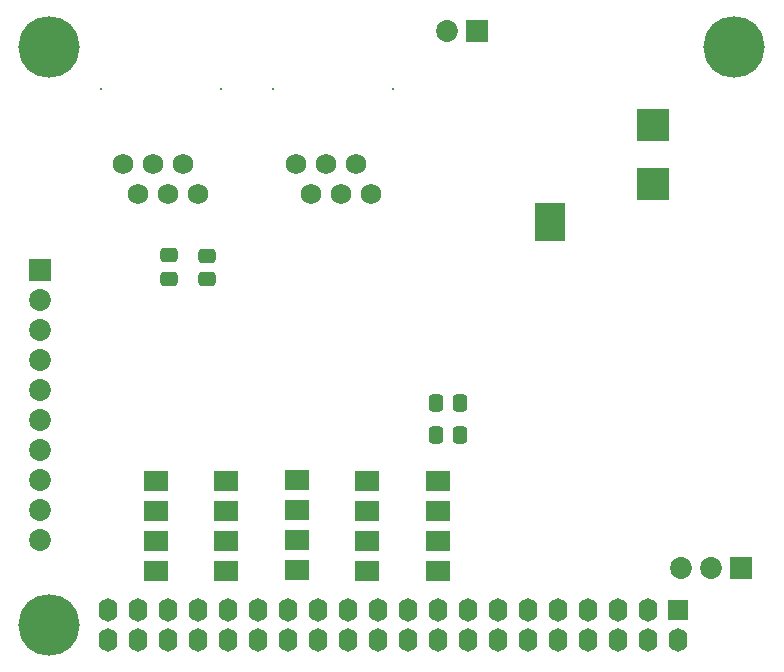
<source format=gbs>
G04*
G04 #@! TF.GenerationSoftware,Altium Limited,Altium Designer,21.8.1 (53)*
G04*
G04 Layer_Color=16711935*
%FSLAX25Y25*%
%MOIN*%
G70*
G04*
G04 #@! TF.SameCoordinates,00E826D5-FD21-4A1A-8C14-BC2741F4279C*
G04*
G04*
G04 #@! TF.FilePolarity,Negative*
G04*
G01*
G75*
G04:AMPARAMS|DCode=40|XSize=58mil|YSize=45.4mil|CornerRadius=9.61mil|HoleSize=0mil|Usage=FLASHONLY|Rotation=90.000|XOffset=0mil|YOffset=0mil|HoleType=Round|Shape=RoundedRectangle|*
%AMROUNDEDRECTD40*
21,1,0.05800,0.02618,0,0,90.0*
21,1,0.03878,0.04540,0,0,90.0*
1,1,0.01922,0.01309,0.01939*
1,1,0.01922,0.01309,-0.01939*
1,1,0.01922,-0.01309,-0.01939*
1,1,0.01922,-0.01309,0.01939*
%
%ADD40ROUNDEDRECTD40*%
G04:AMPARAMS|DCode=41|XSize=58mil|YSize=45.4mil|CornerRadius=9.61mil|HoleSize=0mil|Usage=FLASHONLY|Rotation=0.000|XOffset=0mil|YOffset=0mil|HoleType=Round|Shape=RoundedRectangle|*
%AMROUNDEDRECTD41*
21,1,0.05800,0.02618,0,0,0.0*
21,1,0.03878,0.04540,0,0,0.0*
1,1,0.01922,0.01939,-0.01309*
1,1,0.01922,-0.01939,-0.01309*
1,1,0.01922,-0.01939,0.01309*
1,1,0.01922,0.01939,0.01309*
%
%ADD41ROUNDEDRECTD41*%
%ADD56C,0.07300*%
%ADD57R,0.07300X0.07300*%
%ADD58R,0.10800X0.10800*%
%ADD59R,0.07887X0.06706*%
%ADD60R,0.10249X0.13005*%
%ADD61C,0.20485*%
%ADD62R,0.07300X0.07300*%
%ADD63O,0.06300X0.07800*%
%ADD64R,0.06706X0.06706*%
%ADD65C,0.00800*%
%ADD66C,0.06800*%
%ADD67C,0.05800*%
D40*
X251874Y178500D02*
D03*
X244000D02*
D03*
X251768Y189000D02*
D03*
X243894D02*
D03*
D41*
X167600Y230363D02*
D03*
Y238237D02*
D03*
X155000Y230563D02*
D03*
Y238437D02*
D03*
D56*
X325400Y134000D02*
D03*
X335400D02*
D03*
X111900Y143400D02*
D03*
Y153400D02*
D03*
Y203400D02*
D03*
Y213400D02*
D03*
Y193400D02*
D03*
Y183400D02*
D03*
Y223400D02*
D03*
Y173400D02*
D03*
Y163400D02*
D03*
X247400Y313000D02*
D03*
D57*
X345400Y134000D02*
D03*
X257400Y313000D02*
D03*
D58*
X316200Y281843D02*
D03*
Y262043D02*
D03*
D59*
X244500Y163000D02*
D03*
Y153000D02*
D03*
Y143000D02*
D03*
Y133000D02*
D03*
X221000Y163000D02*
D03*
Y153000D02*
D03*
Y143000D02*
D03*
Y133000D02*
D03*
X150500Y163000D02*
D03*
Y153000D02*
D03*
Y143000D02*
D03*
Y133000D02*
D03*
X174000Y163000D02*
D03*
Y153000D02*
D03*
Y143000D02*
D03*
Y133000D02*
D03*
X197500Y163500D02*
D03*
Y153500D02*
D03*
Y143500D02*
D03*
Y133500D02*
D03*
D60*
X282000Y249500D02*
D03*
D61*
X115000Y115000D02*
D03*
X343347Y307913D02*
D03*
X115000D02*
D03*
D62*
X111900Y233400D02*
D03*
D63*
X324400Y110200D02*
D03*
X314400D02*
D03*
X304400D02*
D03*
X294400D02*
D03*
X284400D02*
D03*
X274400D02*
D03*
X264400D02*
D03*
X254400D02*
D03*
X244400D02*
D03*
X234400D02*
D03*
X224400D02*
D03*
X214400D02*
D03*
X204400D02*
D03*
X194400D02*
D03*
X184400D02*
D03*
X174400D02*
D03*
X144400D02*
D03*
X134400D02*
D03*
X164400D02*
D03*
X154400D02*
D03*
Y120200D02*
D03*
X164400D02*
D03*
X134400D02*
D03*
X144400D02*
D03*
X174400D02*
D03*
X184400D02*
D03*
X194400D02*
D03*
X204400D02*
D03*
X214400D02*
D03*
X224400D02*
D03*
X234400D02*
D03*
X244400D02*
D03*
X254400D02*
D03*
X264400D02*
D03*
X274400D02*
D03*
X284400D02*
D03*
X294400D02*
D03*
X304400D02*
D03*
X314400D02*
D03*
D64*
X324400D02*
D03*
D65*
X132083Y293693D02*
D03*
X172083D02*
D03*
X189683D02*
D03*
X229683D02*
D03*
D66*
X139603Y268693D02*
D03*
X144603Y258693D02*
D03*
X149603Y268693D02*
D03*
X154603Y258693D02*
D03*
X159603Y268693D02*
D03*
X164603Y258693D02*
D03*
X197203Y268693D02*
D03*
X202203Y258693D02*
D03*
X207203Y268693D02*
D03*
X212203Y258693D02*
D03*
X217203Y268693D02*
D03*
X222203Y258693D02*
D03*
D67*
X282000Y247000D02*
D03*
Y252000D02*
D03*
M02*

</source>
